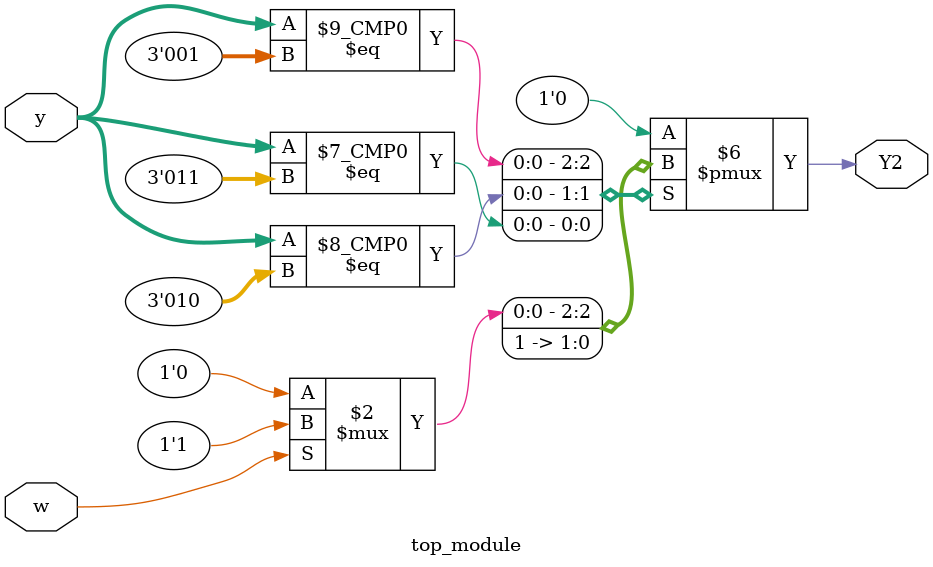
<source format=sv>
module top_module(
    input [3:1] y,
    input w,
    output reg Y2);

    always @(*) begin
        case (y)
            3'b000: Y2 = 1'b0; // State A
            3'b001: Y2 = w ? 1'b1 : 1'b0; // State B
            3'b010: Y2 = 1'b1; // State C
            3'b011: Y2 = 1'b1; // State D
            3'b100: Y2 = 1'b0; // State E
            3'b101: Y2 = 1'b0; // State F
            default: Y2 = 1'b0;
        endcase
    end

endmodule

</source>
